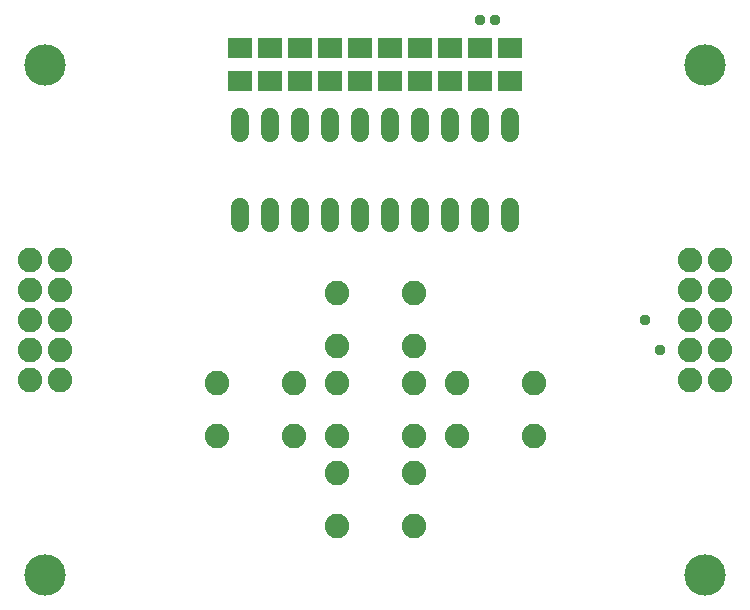
<source format=gbs>
G75*
%MOIN*%
%OFA0B0*%
%FSLAX25Y25*%
%IPPOS*%
%LPD*%
%AMOC8*
5,1,8,0,0,1.08239X$1,22.5*
%
%ADD10C,0.08200*%
%ADD11C,0.06000*%
%ADD12R,0.07887X0.07099*%
%ADD13C,0.13792*%
%ADD14C,0.03778*%
D10*
X0114795Y0105033D03*
X0114795Y0122833D03*
X0140395Y0122833D03*
X0154795Y0122833D03*
X0154795Y0135033D03*
X0154795Y0152833D03*
X0180395Y0152833D03*
X0180395Y0135033D03*
X0180395Y0122833D03*
X0194795Y0122833D03*
X0194795Y0105033D03*
X0180395Y0105033D03*
X0180395Y0092833D03*
X0180395Y0075033D03*
X0154795Y0075033D03*
X0154795Y0092833D03*
X0154795Y0105033D03*
X0140395Y0105033D03*
X0062595Y0123933D03*
X0052595Y0123933D03*
X0052595Y0133933D03*
X0062595Y0133933D03*
X0062595Y0143933D03*
X0052595Y0143933D03*
X0052595Y0153933D03*
X0062595Y0153933D03*
X0062595Y0163933D03*
X0052595Y0163933D03*
X0220395Y0122833D03*
X0220395Y0105033D03*
X0272595Y0123933D03*
X0282595Y0123933D03*
X0282595Y0133933D03*
X0272595Y0133933D03*
X0272595Y0143933D03*
X0282595Y0143933D03*
X0282595Y0153933D03*
X0272595Y0153933D03*
X0272595Y0163933D03*
X0282595Y0163933D03*
D11*
X0212595Y0176333D02*
X0212595Y0181533D01*
X0202595Y0181533D02*
X0202595Y0176333D01*
X0192595Y0176333D02*
X0192595Y0181533D01*
X0182595Y0181533D02*
X0182595Y0176333D01*
X0172595Y0176333D02*
X0172595Y0181533D01*
X0162595Y0181533D02*
X0162595Y0176333D01*
X0152595Y0176333D02*
X0152595Y0181533D01*
X0142595Y0181533D02*
X0142595Y0176333D01*
X0132595Y0176333D02*
X0132595Y0181533D01*
X0122595Y0181533D02*
X0122595Y0176333D01*
X0122595Y0206333D02*
X0122595Y0211533D01*
X0132595Y0211533D02*
X0132595Y0206333D01*
X0142595Y0206333D02*
X0142595Y0211533D01*
X0152595Y0211533D02*
X0152595Y0206333D01*
X0162595Y0206333D02*
X0162595Y0211533D01*
X0172595Y0211533D02*
X0172595Y0206333D01*
X0182595Y0206333D02*
X0182595Y0211533D01*
X0192595Y0211533D02*
X0192595Y0206333D01*
X0202595Y0206333D02*
X0202595Y0211533D01*
X0212595Y0211533D02*
X0212595Y0206333D01*
D12*
X0212595Y0223421D03*
X0202595Y0223421D03*
X0192595Y0223421D03*
X0182595Y0223421D03*
X0172595Y0223421D03*
X0162595Y0223421D03*
X0152595Y0223421D03*
X0142595Y0223421D03*
X0132595Y0223421D03*
X0122595Y0223421D03*
X0122595Y0234445D03*
X0132595Y0234445D03*
X0142595Y0234445D03*
X0152595Y0234445D03*
X0162595Y0234445D03*
X0172595Y0234445D03*
X0182595Y0234445D03*
X0192595Y0234445D03*
X0202595Y0234445D03*
X0212595Y0234445D03*
D13*
X0057595Y0058933D03*
X0057595Y0228933D03*
X0277595Y0228933D03*
X0277595Y0058933D03*
D14*
X0262595Y0133933D03*
X0257595Y0143933D03*
X0207595Y0243933D03*
X0202595Y0243933D03*
M02*

</source>
